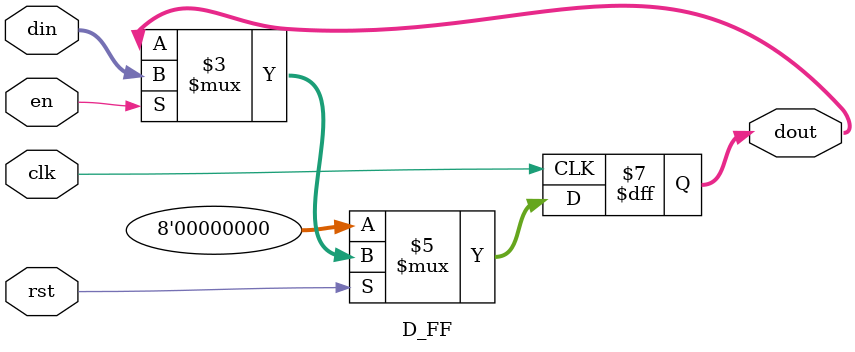
<source format=v>
module D_FF(din, rst, en, clk, dout);

input [7:0]din;
input rst, en, clk;
output reg [7:0]dout;

always @(posedge clk)
	begin
	if(!rst)
		begin
		dout <= 8'b0;
		end
	else
		begin
		dout <= (en)? din:dout;
		end
	end
endmodule

</source>
